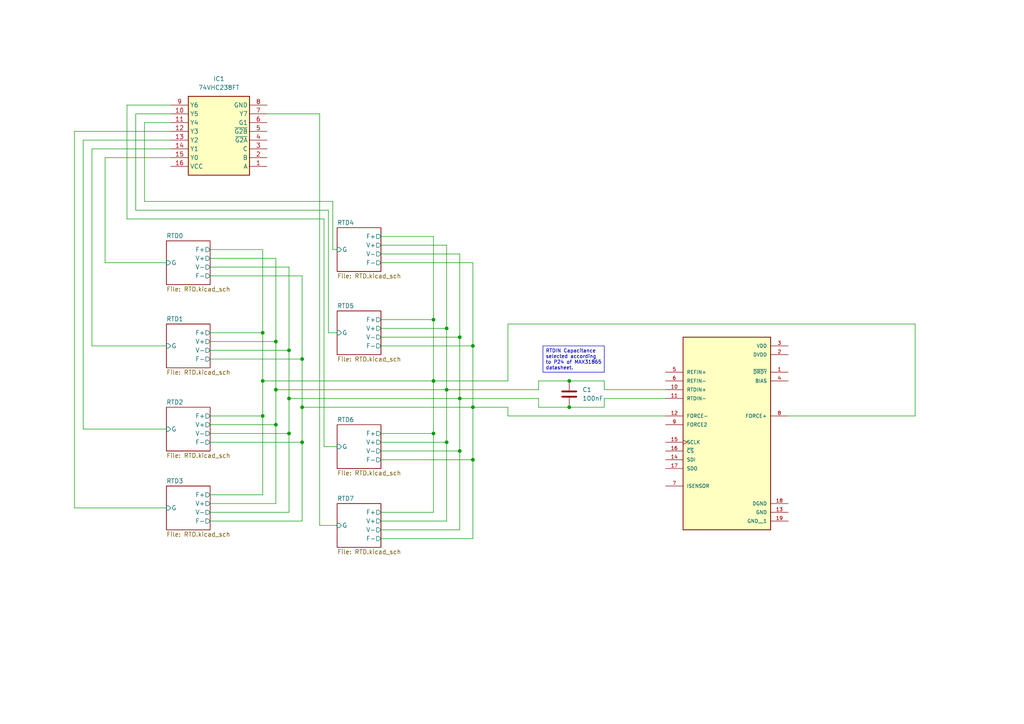
<source format=kicad_sch>
(kicad_sch (version 20231120) (generator "eeschema") (generator_version "8.0")
  (paper "A4")
  (lib_symbols
    (symbol "74VHC238FT:74VHC238FT"
      (property "Reference" "IC" (at 24.13 7.62 0))
      (property "Value" "74VHC238FT" (at 24.13 5.08 0))
      (symbol "74VHC238FT_1_1"
        (rectangle (start 5.08 2.54) (end 22.86 -20.32) (stroke (width 0.254)) (fill (type background)))
        (pin input line (at 0 0 0) (length 5.08) (name "A") (number "1"))
        (pin output line (at 27.94 -15.24 180) (length 5.08) (name "Y5") (number "10"))
        (pin output line (at 27.94 -12.7 180) (length 5.08) (name "Y4") (number "11"))
        (pin output line (at 27.94 -10.16 180) (length 5.08) (name "Y3") (number "12"))
        (pin output line (at 27.94 -7.62 180) (length 5.08) (name "Y2") (number "13"))
        (pin output line (at 27.94 -5.08 180) (length 5.08) (name "Y1") (number "14"))
        (pin output line (at 27.94 -2.54 180) (length 5.08) (name "Y0") (number "15"))
        (pin power_in line (at 27.94 0 180) (length 5.08) (name "VCC") (number "16"))
        (pin input line (at 0 -2.54 0) (length 5.08) (name "B") (number "2"))
        (pin input line (at 0 -5.08 0) (length 5.08) (name "C") (number "3"))
        (pin input line (at 0 -7.62 0) (length 5.08) (name "~{G2A}") (number "4"))
        (pin input line (at 0 -10.16 0) (length 5.08) (name "~{G2B}") (number "5"))
        (pin input line (at 0 -12.7 0) (length 5.08) (name "G1") (number "6"))
        (pin output line (at 0 -15.24 0) (length 5.08) (name "Y7") (number "7"))
        (pin power_in line (at 0 -17.78 0) (length 5.08) (name "GND") (number "8"))
        (pin output line (at 27.94 -17.78 180) (length 5.08) (name "Y6") (number "9"))
      )
    )
    (symbol "Device:C" (pin_numbers hide) (pin_names (offset 0.254))
      (property "Reference" "C" (at 0.635 2.54 0))
      (property "Value" "C" (at 0.635 -2.54 0))
      (symbol "C_0_1"
        (polyline (pts (xy -2.032 -0.762) (xy 2.032 -0.762)) (stroke (width 0.508)))
        (polyline (pts (xy -2.032 0.762) (xy 2.032 0.762)) (stroke (width 0.508)))
      )
      (symbol "C_1_1"
        (pin passive line (at 0 3.81 270) (length 2.794) (name "~") (number "1"))
        (pin passive line (at 0 -3.81 90) (length 2.794) (name "~") (number "2"))
      )
    )
    (symbol "MAX31865AAP:MAX31865AAP_T" (pin_names (offset 1.016))
      (property "Reference" "U" (at -12.7 25.4 0))
      (property "Value" "MAX31865AAP_T" (at -12.7 -33.02 0))
      (symbol "MAX31865AAP_T_0_0"
        (rectangle (start -12.7 -30.48) (end 12.7 25.4) (stroke (width 0.254)) (fill (type background)))
        (pin output line (at 17.78 15.24 180) (length 5.08) (name "~{DRDY}") (number "1"))
        (pin input line (at -17.78 10.16 0) (length 5.08) (name "RTDIN+") (number "10"))
        (pin input line (at -17.78 7.62 0) (length 5.08) (name "RTDIN-") (number "11"))
        (pin input line (at -17.78 2.54 0) (length 5.08) (name "FORCE-") (number "12"))
        (pin power_in line (at 17.78 -25.4 180) (length 5.08) (name "GND") (number "13"))
        (pin input line (at -17.78 -10.16 0) (length 5.08) (name "SDI") (number "14"))
        (pin input clock (at -17.78 -5.08 0) (length 5.08) (name "SCLK") (number "15"))
        (pin input line (at -17.78 -7.62 0) (length 5.08) (name "~{CS}") (number "16"))
        (pin output line (at -17.78 -12.7 0) (length 5.08) (name "SDO") (number "17"))
        (pin power_in line (at 17.78 -22.86 180) (length 5.08) (name "DGND") (number "18"))
        (pin power_in line (at 17.78 -27.94 180) (length 5.08) (name "GND__1") (number "19"))
        (pin power_in line (at 17.78 20.32 180) (length 5.08) (name "DVDD") (number "2"))
        (pin power_in line (at 17.78 22.86 180) (length 5.08) (name "VDD") (number "3"))
        (pin output line (at 17.78 12.7 180) (length 5.08) (name "BIAS") (number "4"))
        (pin input line (at -17.78 15.24 0) (length 5.08) (name "REFIN+") (number "5"))
        (pin input line (at -17.78 12.7 0) (length 5.08) (name "REFIN-") (number "6"))
        (pin input line (at -17.78 -17.78 0) (length 5.08) (name "ISENSOR") (number "7"))
        (pin output line (at 17.78 2.54 180) (length 5.08) (name "FORCE+") (number "8"))
        (pin input line (at -17.78 0 0) (length 5.08) (name "FORCE2") (number "9"))
      )
    )
  )
  (junction (at 125.73 92.71))
  (junction (at 76.2 110.49))
  (junction (at 129.54 128.27))
  (junction (at 80.01 99.06))
  (junction (at 87.63 128.27))
  (junction (at 87.63 118.11))
  (junction (at 133.35 130.81))
  (junction (at 165.1 118.11))
  (junction (at 125.73 125.73))
  (junction (at 83.82 115.57))
  (junction (at 80.01 123.19))
  (junction (at 76.2 120.65))
  (junction (at 165.1 110.49))
  (junction (at 129.54 95.25))
  (junction (at 129.54 113.03))
  (junction (at 83.82 125.73))
  (junction (at 76.2 96.52))
  (junction (at 80.01 113.03))
  (junction (at 83.82 101.6))
  (junction (at 137.16 118.11))
  (junction (at 133.35 97.79))
  (junction (at 125.73 110.49))
  (junction (at 87.63 104.14))
  (junction (at 133.35 115.57))
  (junction (at 137.16 100.33))
  (junction (at 137.16 133.35))
  (wire (pts (xy 26.67 100.33) (xy 48.26 100.33)))
  (wire (pts (xy 39.37 60.96) (xy 95.25 60.96)))
  (wire (pts (xy 129.54 128.27) (xy 129.54 151.13)))
  (wire (pts (xy 83.82 101.6) (xy 83.82 115.57)))
  (wire (pts (xy 110.49 97.79) (xy 133.35 97.79)))
  (wire (pts (xy 125.73 92.71) (xy 125.73 110.49)))
  (wire (pts (xy 60.96 125.73) (xy 83.82 125.73)))
  (wire (pts (xy 133.35 73.66) (xy 133.35 97.79)))
  (wire (pts (xy 87.63 118.11) (xy 137.16 118.11)))
  (wire (pts (xy 87.63 128.27) (xy 87.63 118.11)))
  (wire (pts (xy 125.73 125.73) (xy 125.73 148.59)))
  (wire (pts (xy 110.49 130.81) (xy 133.35 130.81)))
  (wire (pts (xy 60.96 74.93) (xy 80.01 74.93)))
  (wire (pts (xy 97.79 129.54) (xy 93.98 129.54)))
  (wire (pts (xy 87.63 80.01) (xy 60.96 80.01)))
  (wire (pts (xy 165.1 110.49) (xy 156.21 110.49)))
  (wire (pts (xy 76.2 143.51) (xy 60.96 143.51)))
  (wire (pts (xy 36.83 63.5) (xy 36.83 30.48)))
  (wire (pts (xy 92.71 33.02) (xy 92.71 152.4)))
  (wire (pts (xy 93.98 129.54) (xy 93.98 63.5)))
  (wire (pts (xy 49.53 35.56) (xy 41.91 35.56)))
  (wire (pts (xy 41.91 58.42) (xy 96.52 58.42)))
  (wire (pts (xy 60.96 104.14) (xy 87.63 104.14)))
  (wire (pts (xy 175.26 110.49) (xy 165.1 110.49)))
  (wire (pts (xy 110.49 71.12) (xy 129.54 71.12)))
  (wire (pts (xy 137.16 118.11) (xy 137.16 133.35)))
  (wire (pts (xy 80.01 113.03) (xy 80.01 123.19)))
  (wire (pts (xy 26.67 43.18) (xy 26.67 100.33)))
  (wire (pts (xy 49.53 45.72) (xy 30.48 45.72)))
  (wire (pts (xy 76.2 120.65) (xy 76.2 143.51)))
  (wire (pts (xy 87.63 151.13) (xy 87.63 128.27)))
  (wire (pts (xy 80.01 99.06) (xy 80.01 113.03)))
  (wire (pts (xy 80.01 146.05) (xy 60.96 146.05)))
  (wire (pts (xy 137.16 156.21) (xy 137.16 133.35)))
  (wire (pts (xy 30.48 76.2) (xy 48.26 76.2)))
  (wire (pts (xy 60.96 72.39) (xy 76.2 72.39)))
  (wire (pts (xy 80.01 113.03) (xy 129.54 113.03)))
  (wire (pts (xy 137.16 76.2) (xy 110.49 76.2)))
  (wire (pts (xy 110.49 68.58) (xy 125.73 68.58)))
  (wire (pts (xy 24.13 40.64) (xy 49.53 40.64)))
  (wire (pts (xy 156.21 110.49) (xy 156.21 113.03)))
  (wire (pts (xy 125.73 110.49) (xy 125.73 125.73)))
  (wire (pts (xy 76.2 72.39) (xy 76.2 96.52)))
  (wire (pts (xy 156.21 118.11) (xy 165.1 118.11)))
  (wire (pts (xy 60.96 128.27) (xy 87.63 128.27)))
  (wire (pts (xy 49.53 43.18) (xy 26.67 43.18)))
  (wire (pts (xy 60.96 101.6) (xy 83.82 101.6)))
  (wire (pts (xy 83.82 77.47) (xy 83.82 101.6)))
  (wire (pts (xy 21.59 38.1) (xy 21.59 147.32)))
  (wire (pts (xy 48.26 124.46) (xy 24.13 124.46)))
  (wire (pts (xy 76.2 110.49) (xy 76.2 120.65)))
  (wire (pts (xy 60.96 123.19) (xy 80.01 123.19)))
  (wire (pts (xy 96.52 72.39) (xy 97.79 72.39)))
  (wire (pts (xy 60.96 151.13) (xy 87.63 151.13)))
  (wire (pts (xy 133.35 153.67) (xy 110.49 153.67)))
  (wire (pts (xy 95.25 60.96) (xy 95.25 96.52)))
  (wire (pts (xy 125.73 148.59) (xy 110.49 148.59)))
  (wire (pts (xy 49.53 38.1) (xy 21.59 38.1)))
  (wire (pts (xy 165.1 118.11) (xy 175.26 118.11)))
  (wire (pts (xy 93.98 63.5) (xy 36.83 63.5)))
  (wire (pts (xy 175.26 115.57) (xy 193.04 115.57)))
  (wire (pts (xy 60.96 96.52) (xy 76.2 96.52)))
  (wire (pts (xy 21.59 147.32) (xy 48.26 147.32)))
  (wire (pts (xy 110.49 133.35) (xy 137.16 133.35)))
  (wire (pts (xy 265.43 120.65) (xy 228.6 120.65)))
  (wire (pts (xy 60.96 120.65) (xy 76.2 120.65)))
  (wire (pts (xy 147.32 120.65) (xy 193.04 120.65)))
  (wire (pts (xy 110.49 73.66) (xy 133.35 73.66)))
  (wire (pts (xy 83.82 148.59) (xy 60.96 148.59)))
  (wire (pts (xy 80.01 123.19) (xy 80.01 146.05)))
  (wire (pts (xy 265.43 93.98) (xy 265.43 120.65)))
  (wire (pts (xy 133.35 115.57) (xy 133.35 130.81)))
  (wire (pts (xy 95.25 96.52) (xy 97.79 96.52)))
  (wire (pts (xy 77.47 33.02) (xy 92.71 33.02)))
  (wire (pts (xy 96.52 58.42) (xy 96.52 72.39)))
  (wire (pts (xy 80.01 74.93) (xy 80.01 99.06)))
  (wire (pts (xy 110.49 92.71) (xy 125.73 92.71)))
  (wire (pts (xy 129.54 71.12) (xy 129.54 95.25)))
  (wire (pts (xy 83.82 115.57) (xy 133.35 115.57)))
  (wire (pts (xy 147.32 93.98) (xy 147.32 110.49)))
  (wire (pts (xy 137.16 76.2) (xy 137.16 100.33)))
  (wire (pts (xy 133.35 130.81) (xy 133.35 153.67)))
  (wire (pts (xy 60.96 77.47) (xy 83.82 77.47)))
  (wire (pts (xy 87.63 104.14) (xy 87.63 80.01)))
  (wire (pts (xy 60.96 99.06) (xy 80.01 99.06)))
  (wire (pts (xy 110.49 128.27) (xy 129.54 128.27)))
  (wire (pts (xy 87.63 118.11) (xy 87.63 104.14)))
  (wire (pts (xy 125.73 110.49) (xy 147.32 110.49)))
  (wire (pts (xy 41.91 35.56) (xy 41.91 58.42)))
  (wire (pts (xy 76.2 110.49) (xy 125.73 110.49)))
  (wire (pts (xy 129.54 95.25) (xy 129.54 113.03)))
  (wire (pts (xy 83.82 125.73) (xy 83.82 148.59)))
  (wire (pts (xy 83.82 115.57) (xy 83.82 125.73)))
  (wire (pts (xy 24.13 124.46) (xy 24.13 40.64)))
  (wire (pts (xy 147.32 120.65) (xy 147.32 118.11)))
  (wire (pts (xy 133.35 115.57) (xy 156.21 115.57)))
  (wire (pts (xy 110.49 156.21) (xy 137.16 156.21)))
  (wire (pts (xy 147.32 93.98) (xy 265.43 93.98)))
  (wire (pts (xy 129.54 151.13) (xy 110.49 151.13)))
  (wire (pts (xy 92.71 152.4) (xy 97.79 152.4)))
  (wire (pts (xy 175.26 113.03) (xy 175.26 110.49)))
  (wire (pts (xy 156.21 113.03) (xy 129.54 113.03)))
  (wire (pts (xy 175.26 113.03) (xy 193.04 113.03)))
  (wire (pts (xy 137.16 118.11) (xy 147.32 118.11)))
  (wire (pts (xy 133.35 97.79) (xy 133.35 115.57)))
  (wire (pts (xy 110.49 95.25) (xy 129.54 95.25)))
  (wire (pts (xy 137.16 100.33) (xy 137.16 118.11)))
  (wire (pts (xy 129.54 113.03) (xy 129.54 128.27)))
  (wire (pts (xy 110.49 125.73) (xy 125.73 125.73)))
  (wire (pts (xy 39.37 33.02) (xy 39.37 60.96)))
  (wire (pts (xy 36.83 30.48) (xy 49.53 30.48)))
  (wire (pts (xy 76.2 96.52) (xy 76.2 110.49)))
  (wire (pts (xy 30.48 45.72) (xy 30.48 76.2)))
  (wire (pts (xy 125.73 68.58) (xy 125.73 92.71)))
  (wire (pts (xy 110.49 100.33) (xy 137.16 100.33)))
  (wire (pts (xy 175.26 118.11) (xy 175.26 115.57)))
  (wire (pts (xy 49.53 33.02) (xy 39.37 33.02)))
  (wire (pts (xy 156.21 115.57) (xy 156.21 118.11)))
  (text_box "RTDIN Capacitance selected according to P24 of MAX31865 datasheet." (at 157.48 100.33 0) (size 17.78 7.62) (effects (font (size 1.016 1.016)) (justify left top)))
  (symbol (lib_id "MAX31865AAP:MAX31865AAP_T") (at 210.82 123.19 0) (unit 1)
    (property "Reference" "U1" (effects (hide yes)))
    (property "Value" "MAX31865AAP_T" (effects (hide yes)))
    (property "Footprint" "MAX31865AAP_T:SOP65P777X199-20N" (effects (hide yes)))
    (property "PARTREV" "3" (effects (hide yes)))
    (property "STANDARD" "IPC 7351B" (effects (hide yes)))
    (property "MANUFACTURER" "MAXIM INTEGRATED" (effects (hide yes)))
  )
  (symbol (lib_id "Device:C") (at 165.1 114.3 0) (unit 1)
    (property "Reference" "C1" (at 168.91 113.0299 0) (effects (justify left)))
    (property "Value" "100nF" (at 168.91 115.5699 0) (effects (justify left)))
    (property "Description" "Unpolarized capacitor" (effects (hide yes)))
  )
  (symbol (lib_id "74VHC238FT:74VHC238FT") (at 77.47 48.26 180) (unit 1)
    (property "Reference" "IC1" (at 63.5 22.86 0))
    (property "Value" "74VHC238FT" (at 63.5 25.4 0))
    (property "Footprint" "SOP65P640X120-16N" (effects (hide yes)))
    (property "Description" "Encoders, Decoders, Multiplexers & Demultiplexers CMOS Logic IC 5.5ns 8mA 2.0V-5.5V" (effects (hide yes)))
    (property "Height" "1.2" (effects (hide yes)))
    (property "Mouser Part Number" "757-74VHC238FT" (effects (hide yes)))
    (property "Mouser Price/Stock" "https://www.mouser.co.uk/ProductDetail/Toshiba/74VHC238FT?qs=byeeYqUIh0Pl5hUxTthlPw%3D%3D" (effects (hide yes)))
    (property "Manufacturer_Name" "Toshiba" (effects (hide yes)))
    (property "Manufacturer_Part_Number" "74VHC238FT" (effects (hide yes)))
  )
  (sheet (at 97.79 146.05) (size 12.7 12.7) (stroke (width 0.1524))
    (property "Sheetname" "RTD7" (at 97.79 145.3384 0) (effects (justify left bottom)))
    (property "Sheetfile" "RTD.kicad_sch" (at 97.79 159.3346 0) (effects (justify left top)))
    (pin "F+" output (at 110.49 148.59 0))
    (pin "F-" output (at 110.49 156.21 0))
    (pin "G" input (at 97.79 152.4 180))
    (pin "V+" output (at 110.49 151.13 0))
    (pin "V-" output (at 110.49 153.67 0))
  )
  (sheet (at 48.26 118.11) (size 12.7 12.7) (stroke (width 0.1524))
    (property "Sheetname" "RTD2" (at 48.26 117.3984 0) (effects (justify left bottom)))
    (property "Sheetfile" "RTD.kicad_sch" (at 48.26 131.3946 0) (effects (justify left top)))
    (pin "F+" output (at 60.96 120.65 0))
    (pin "F-" output (at 60.96 128.27 0))
    (pin "G" input (at 48.26 124.46 180))
    (pin "V+" output (at 60.96 123.19 0))
    (pin "V-" output (at 60.96 125.73 0))
  )
  (sheet (at 97.79 123.19) (size 12.7 12.7) (stroke (width 0.1524))
    (property "Sheetname" "RTD6" (at 97.79 122.4784 0) (effects (justify left bottom)))
    (property "Sheetfile" "RTD.kicad_sch" (at 97.79 136.4746 0) (effects (justify left top)))
    (pin "F+" output (at 110.49 125.73 0))
    (pin "F-" output (at 110.49 133.35 0))
    (pin "G" input (at 97.79 129.54 180))
    (pin "V+" output (at 110.49 128.27 0))
    (pin "V-" output (at 110.49 130.81 0))
  )
  (sheet (at 48.26 140.97) (size 12.7 12.7) (stroke (width 0.1524))
    (property "Sheetname" "RTD3" (at 48.26 140.2584 0) (effects (justify left bottom)))
    (property "Sheetfile" "RTD.kicad_sch" (at 48.26 154.2546 0) (effects (justify left top)))
    (pin "F+" output (at 60.96 143.51 0))
    (pin "F-" output (at 60.96 151.13 0))
    (pin "G" input (at 48.26 147.32 180))
    (pin "V+" output (at 60.96 146.05 0))
    (pin "V-" output (at 60.96 148.59 0))
  )
  (sheet (at 97.79 66.04) (size 12.7 12.7) (stroke (width 0.1524))
    (property "Sheetname" "RTD4" (at 97.79 65.3284 0) (effects (justify left bottom)))
    (property "Sheetfile" "RTD.kicad_sch" (at 97.79 79.3246 0) (effects (justify left top)))
    (pin "F+" output (at 110.49 68.58 0))
    (pin "F-" output (at 110.49 76.2 0))
    (pin "G" input (at 97.79 72.39 180))
    (pin "V+" output (at 110.49 71.12 0))
    (pin "V-" output (at 110.49 73.66 0))
  )
  (sheet (at 48.26 69.85) (size 12.7 12.7) (stroke (width 0.1524))
    (property "Sheetname" "RTD0" (at 48.26 69.1384 0) (effects (justify left bottom)))
    (property "Sheetfile" "RTD.kicad_sch" (at 48.26 83.1346 0) (effects (justify left top)))
    (pin "F+" output (at 60.96 72.39 0))
    (pin "F-" output (at 60.96 80.01 0))
    (pin "G" input (at 48.26 76.2 180))
    (pin "V+" output (at 60.96 74.93 0))
    (pin "V-" output (at 60.96 77.47 0))
  )
  (sheet (at 97.79 90.17) (size 12.7 12.7) (stroke (width 0.1524))
    (property "Sheetname" "RTD5" (at 97.79 89.4584 0) (effects (justify left bottom)))
    (property "Sheetfile" "RTD.kicad_sch" (at 97.79 103.4546 0) (effects (justify left top)))
    (pin "F+" output (at 110.49 92.71 0))
    (pin "F-" output (at 110.49 100.33 0))
    (pin "G" input (at 97.79 96.52 180))
    (pin "V+" output (at 110.49 95.25 0))
    (pin "V-" output (at 110.49 97.79 0))
  )
  (sheet (at 48.26 93.98) (size 12.7 12.7) (stroke (width 0.1524))
    (property "Sheetname" "RTD1" (at 48.26 93.2684 0) (effects (justify left bottom)))
    (property "Sheetfile" "RTD.kicad_sch" (at 48.26 107.2646 0) (effects (justify left top)))
    (pin "F+" output (at 60.96 96.52 0))
    (pin "F-" output (at 60.96 104.14 0))
    (pin "G" input (at 48.26 100.33 180))
    (pin "V+" output (at 60.96 99.06 0))
    (pin "V-" output (at 60.96 101.6 0))
  )
)
</source>
